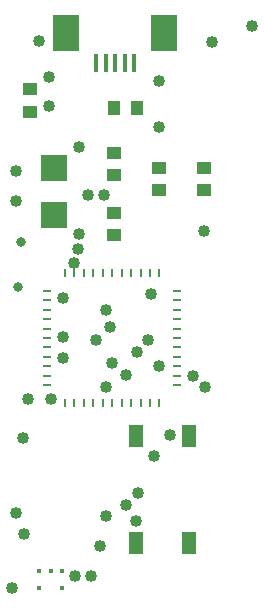
<source format=gbr>
G04 DipTrace 2.2.0.9*
%INTopPaste.gbr*%
%MOIN*%
%ADD26C,0.04*%
%ADD32C,0.032*%
%ADD36R,0.0471X0.0747*%
%ADD38R,0.0904X0.1219*%
%ADD40R,0.0117X0.0629*%
%ADD42R,0.0117X0.0156*%
%ADD46R,0.0865X0.0904*%
%ADD48R,0.0314X0.0097*%
%ADD50R,0.0097X0.0314*%
%ADD52R,0.0432X0.0511*%
%ADD54R,0.0511X0.0432*%
%FSLAX44Y44*%
%SFA1B1*%
%OFA0B0*%
G04*
G70*
G90*
G75*
G01*
%LNTopPaste*%
%LPD*%
D32*
X5740Y14490D3*
X5840Y15990D3*
D26*
X11940Y16335D3*
X10061Y12716D3*
X8580Y17552D3*
X7227Y12806D3*
X6762Y20505D3*
X9668Y6683D3*
X13535Y23164D3*
X10440Y19816D3*
Y21325D3*
X7616Y4835D3*
X5930Y6246D3*
X5535Y4424D3*
X7742Y16257D3*
X5670Y17335D3*
Y18342D3*
X12200Y22634D3*
X6440Y22690D3*
X6762Y21460D3*
X7742Y19127D3*
X8050Y17552D3*
X7590Y15290D3*
X8785Y13138D3*
X9713Y7608D3*
X7227Y14114D3*
X11557Y11515D3*
X9686Y12321D3*
X8865Y11926D3*
X8335Y12716D3*
X10159Y14250D3*
X8662Y13720D3*
X7740Y15740D3*
X7227Y12121D3*
X6834Y10730D3*
X6045D3*
X5890Y9440D3*
X5670Y6940D3*
X8664Y11136D3*
Y6835D3*
X8452Y5851D3*
X9318Y11531D3*
Y7213D3*
X8146Y4835D3*
X10274Y8835D3*
X10804Y9545D3*
X10409Y11830D3*
X11952Y11140D3*
D54*
X8940Y18940D3*
Y18192D3*
Y16940D3*
Y16192D3*
D52*
Y20440D3*
X9688D3*
D54*
X6137Y21062D3*
Y20314D3*
X10440Y18440D3*
Y17692D3*
X11940Y18440D3*
Y17692D3*
D50*
X10440Y14940D3*
X10125D3*
X9810D3*
X9495D3*
X9180D3*
X8865D3*
X8550D3*
X8235D3*
X7920D3*
X7605D3*
X7290D3*
D48*
X6700Y14349D3*
Y14034D3*
Y13720D3*
Y13405D3*
Y13090D3*
Y12775D3*
Y12460D3*
Y12145D3*
Y11830D3*
Y11515D3*
Y11200D3*
D50*
X7290Y10609D3*
X7605D3*
X7920D3*
X8235D3*
X8550D3*
X8865D3*
X9180D3*
X9495D3*
X9810D3*
X10125D3*
X10440D3*
D48*
X11031Y11200D3*
Y11515D3*
Y11830D3*
Y12145D3*
Y12460D3*
Y12775D3*
Y13090D3*
Y13405D3*
Y13720D3*
Y14034D3*
Y14349D3*
D46*
X6940Y18440D3*
Y16865D3*
D42*
X7188Y4991D3*
X6814D3*
X6440D3*
Y4440D3*
X7188D3*
D40*
X9590Y21940D3*
X9275D3*
X8960D3*
X8645D3*
X8330D3*
D38*
X10594Y22944D3*
X7326D3*
D36*
X11440Y5940D3*
X9668D3*
X11440Y9523D3*
X9668D3*
M02*

</source>
